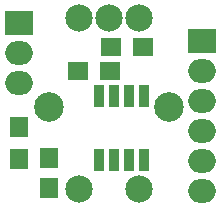
<source format=gts>
G04 #@! TF.FileFunction,Soldermask,Top*
%FSLAX46Y46*%
G04 Gerber Fmt 4.6, Leading zero omitted, Abs format (unit mm)*
G04 Created by KiCad (PCBNEW 4.0.1-stable) date 2/14/2016 2:05:54 PM*
%MOMM*%
G01*
G04 APERTURE LIST*
%ADD10C,0.150000*%
%ADD11R,1.604800X1.804800*%
%ADD12R,1.804800X1.604800*%
%ADD13C,2.304800*%
%ADD14C,2.504800*%
%ADD15R,0.904800X1.854800*%
%ADD16R,1.554800X1.804800*%
%ADD17R,2.336800X2.032000*%
%ADD18O,2.336800X2.032000*%
G04 APERTURE END LIST*
D10*
D11*
X42672000Y-44370000D03*
X42672000Y-47070000D03*
D12*
X47672000Y-39624000D03*
X50372000Y-39624000D03*
X50466000Y-37592000D03*
X53166000Y-37592000D03*
D13*
X47752000Y-35172000D03*
X50292000Y-35172000D03*
X52832000Y-35172000D03*
X52832000Y-49672000D03*
X47752000Y-49672000D03*
D14*
X45192000Y-42672000D03*
X55392000Y-42672000D03*
D15*
X49403000Y-47150000D03*
X50673000Y-47150000D03*
X51943000Y-47150000D03*
X53213000Y-47150000D03*
X53213000Y-41750000D03*
X51943000Y-41750000D03*
X50673000Y-41750000D03*
X49403000Y-41750000D03*
D16*
X45212000Y-47010000D03*
X45212000Y-49510000D03*
D17*
X58166000Y-37084000D03*
D18*
X58166000Y-39624000D03*
X58166000Y-42164000D03*
X58166000Y-44704000D03*
X58166000Y-47244000D03*
X58166000Y-49784000D03*
D17*
X42672000Y-35560000D03*
D18*
X42672000Y-38100000D03*
X42672000Y-40640000D03*
M02*

</source>
